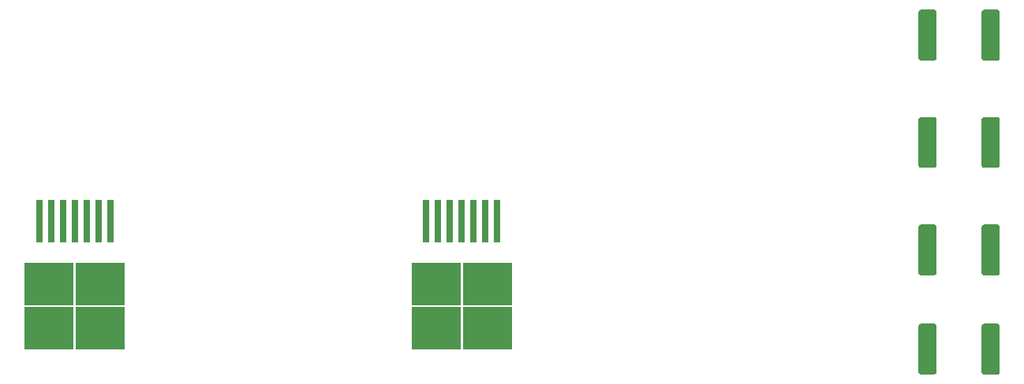
<source format=gbr>
G04 #@! TF.GenerationSoftware,KiCad,Pcbnew,(5.0.1)-3*
G04 #@! TF.CreationDate,2018-11-01T17:09:47-05:00*
G04 #@! TF.ProjectId,power_board,706F7765725F626F6172642E6B696361,rev?*
G04 #@! TF.SameCoordinates,Original*
G04 #@! TF.FileFunction,Paste,Bot*
G04 #@! TF.FilePolarity,Positive*
%FSLAX46Y46*%
G04 Gerber Fmt 4.6, Leading zero omitted, Abs format (unit mm)*
G04 Created by KiCad (PCBNEW (5.0.1)-3) date 11/1/2018 5:09:47 PM*
%MOMM*%
%LPD*%
G01*
G04 APERTURE LIST*
%ADD10C,0.100000*%
%ADD11C,1.925000*%
%ADD12R,5.300000X4.600000*%
%ADD13R,0.800000X4.600000*%
G04 APERTURE END LIST*
D10*
G04 #@! TO.C,F7*
G36*
X217653005Y-132658204D02*
X217677273Y-132661804D01*
X217701072Y-132667765D01*
X217724171Y-132676030D01*
X217746350Y-132686520D01*
X217767393Y-132699132D01*
X217787099Y-132713747D01*
X217805277Y-132730223D01*
X217821753Y-132748401D01*
X217836368Y-132768107D01*
X217848980Y-132789150D01*
X217859470Y-132811329D01*
X217867735Y-132834428D01*
X217873696Y-132858227D01*
X217877296Y-132882495D01*
X217878500Y-132906999D01*
X217878500Y-137857001D01*
X217877296Y-137881505D01*
X217873696Y-137905773D01*
X217867735Y-137929572D01*
X217859470Y-137952671D01*
X217848980Y-137974850D01*
X217836368Y-137995893D01*
X217821753Y-138015599D01*
X217805277Y-138033777D01*
X217787099Y-138050253D01*
X217767393Y-138064868D01*
X217746350Y-138077480D01*
X217724171Y-138087970D01*
X217701072Y-138096235D01*
X217677273Y-138102196D01*
X217653005Y-138105796D01*
X217628501Y-138107000D01*
X216203499Y-138107000D01*
X216178995Y-138105796D01*
X216154727Y-138102196D01*
X216130928Y-138096235D01*
X216107829Y-138087970D01*
X216085650Y-138077480D01*
X216064607Y-138064868D01*
X216044901Y-138050253D01*
X216026723Y-138033777D01*
X216010247Y-138015599D01*
X215995632Y-137995893D01*
X215983020Y-137974850D01*
X215972530Y-137952671D01*
X215964265Y-137929572D01*
X215958304Y-137905773D01*
X215954704Y-137881505D01*
X215953500Y-137857001D01*
X215953500Y-132906999D01*
X215954704Y-132882495D01*
X215958304Y-132858227D01*
X215964265Y-132834428D01*
X215972530Y-132811329D01*
X215983020Y-132789150D01*
X215995632Y-132768107D01*
X216010247Y-132748401D01*
X216026723Y-132730223D01*
X216044901Y-132713747D01*
X216064607Y-132699132D01*
X216085650Y-132686520D01*
X216107829Y-132676030D01*
X216130928Y-132667765D01*
X216154727Y-132661804D01*
X216178995Y-132658204D01*
X216203499Y-132657000D01*
X217628501Y-132657000D01*
X217653005Y-132658204D01*
X217653005Y-132658204D01*
G37*
D11*
X216916000Y-135382000D03*
D10*
G36*
X210878005Y-132658204D02*
X210902273Y-132661804D01*
X210926072Y-132667765D01*
X210949171Y-132676030D01*
X210971350Y-132686520D01*
X210992393Y-132699132D01*
X211012099Y-132713747D01*
X211030277Y-132730223D01*
X211046753Y-132748401D01*
X211061368Y-132768107D01*
X211073980Y-132789150D01*
X211084470Y-132811329D01*
X211092735Y-132834428D01*
X211098696Y-132858227D01*
X211102296Y-132882495D01*
X211103500Y-132906999D01*
X211103500Y-137857001D01*
X211102296Y-137881505D01*
X211098696Y-137905773D01*
X211092735Y-137929572D01*
X211084470Y-137952671D01*
X211073980Y-137974850D01*
X211061368Y-137995893D01*
X211046753Y-138015599D01*
X211030277Y-138033777D01*
X211012099Y-138050253D01*
X210992393Y-138064868D01*
X210971350Y-138077480D01*
X210949171Y-138087970D01*
X210926072Y-138096235D01*
X210902273Y-138102196D01*
X210878005Y-138105796D01*
X210853501Y-138107000D01*
X209428499Y-138107000D01*
X209403995Y-138105796D01*
X209379727Y-138102196D01*
X209355928Y-138096235D01*
X209332829Y-138087970D01*
X209310650Y-138077480D01*
X209289607Y-138064868D01*
X209269901Y-138050253D01*
X209251723Y-138033777D01*
X209235247Y-138015599D01*
X209220632Y-137995893D01*
X209208020Y-137974850D01*
X209197530Y-137952671D01*
X209189265Y-137929572D01*
X209183304Y-137905773D01*
X209179704Y-137881505D01*
X209178500Y-137857001D01*
X209178500Y-132906999D01*
X209179704Y-132882495D01*
X209183304Y-132858227D01*
X209189265Y-132834428D01*
X209197530Y-132811329D01*
X209208020Y-132789150D01*
X209220632Y-132768107D01*
X209235247Y-132748401D01*
X209251723Y-132730223D01*
X209269901Y-132713747D01*
X209289607Y-132699132D01*
X209310650Y-132686520D01*
X209332829Y-132676030D01*
X209355928Y-132667765D01*
X209379727Y-132661804D01*
X209403995Y-132658204D01*
X209428499Y-132657000D01*
X210853501Y-132657000D01*
X210878005Y-132658204D01*
X210878005Y-132658204D01*
G37*
D11*
X210141000Y-135382000D03*
G04 #@! TD*
D10*
G04 #@! TO.C,F8*
G36*
X210878005Y-121101204D02*
X210902273Y-121104804D01*
X210926072Y-121110765D01*
X210949171Y-121119030D01*
X210971350Y-121129520D01*
X210992393Y-121142132D01*
X211012099Y-121156747D01*
X211030277Y-121173223D01*
X211046753Y-121191401D01*
X211061368Y-121211107D01*
X211073980Y-121232150D01*
X211084470Y-121254329D01*
X211092735Y-121277428D01*
X211098696Y-121301227D01*
X211102296Y-121325495D01*
X211103500Y-121349999D01*
X211103500Y-126300001D01*
X211102296Y-126324505D01*
X211098696Y-126348773D01*
X211092735Y-126372572D01*
X211084470Y-126395671D01*
X211073980Y-126417850D01*
X211061368Y-126438893D01*
X211046753Y-126458599D01*
X211030277Y-126476777D01*
X211012099Y-126493253D01*
X210992393Y-126507868D01*
X210971350Y-126520480D01*
X210949171Y-126530970D01*
X210926072Y-126539235D01*
X210902273Y-126545196D01*
X210878005Y-126548796D01*
X210853501Y-126550000D01*
X209428499Y-126550000D01*
X209403995Y-126548796D01*
X209379727Y-126545196D01*
X209355928Y-126539235D01*
X209332829Y-126530970D01*
X209310650Y-126520480D01*
X209289607Y-126507868D01*
X209269901Y-126493253D01*
X209251723Y-126476777D01*
X209235247Y-126458599D01*
X209220632Y-126438893D01*
X209208020Y-126417850D01*
X209197530Y-126395671D01*
X209189265Y-126372572D01*
X209183304Y-126348773D01*
X209179704Y-126324505D01*
X209178500Y-126300001D01*
X209178500Y-121349999D01*
X209179704Y-121325495D01*
X209183304Y-121301227D01*
X209189265Y-121277428D01*
X209197530Y-121254329D01*
X209208020Y-121232150D01*
X209220632Y-121211107D01*
X209235247Y-121191401D01*
X209251723Y-121173223D01*
X209269901Y-121156747D01*
X209289607Y-121142132D01*
X209310650Y-121129520D01*
X209332829Y-121119030D01*
X209355928Y-121110765D01*
X209379727Y-121104804D01*
X209403995Y-121101204D01*
X209428499Y-121100000D01*
X210853501Y-121100000D01*
X210878005Y-121101204D01*
X210878005Y-121101204D01*
G37*
D11*
X210141000Y-123825000D03*
D10*
G36*
X217653005Y-121101204D02*
X217677273Y-121104804D01*
X217701072Y-121110765D01*
X217724171Y-121119030D01*
X217746350Y-121129520D01*
X217767393Y-121142132D01*
X217787099Y-121156747D01*
X217805277Y-121173223D01*
X217821753Y-121191401D01*
X217836368Y-121211107D01*
X217848980Y-121232150D01*
X217859470Y-121254329D01*
X217867735Y-121277428D01*
X217873696Y-121301227D01*
X217877296Y-121325495D01*
X217878500Y-121349999D01*
X217878500Y-126300001D01*
X217877296Y-126324505D01*
X217873696Y-126348773D01*
X217867735Y-126372572D01*
X217859470Y-126395671D01*
X217848980Y-126417850D01*
X217836368Y-126438893D01*
X217821753Y-126458599D01*
X217805277Y-126476777D01*
X217787099Y-126493253D01*
X217767393Y-126507868D01*
X217746350Y-126520480D01*
X217724171Y-126530970D01*
X217701072Y-126539235D01*
X217677273Y-126545196D01*
X217653005Y-126548796D01*
X217628501Y-126550000D01*
X216203499Y-126550000D01*
X216178995Y-126548796D01*
X216154727Y-126545196D01*
X216130928Y-126539235D01*
X216107829Y-126530970D01*
X216085650Y-126520480D01*
X216064607Y-126507868D01*
X216044901Y-126493253D01*
X216026723Y-126476777D01*
X216010247Y-126458599D01*
X215995632Y-126438893D01*
X215983020Y-126417850D01*
X215972530Y-126395671D01*
X215964265Y-126372572D01*
X215958304Y-126348773D01*
X215954704Y-126324505D01*
X215953500Y-126300001D01*
X215953500Y-121349999D01*
X215954704Y-121325495D01*
X215958304Y-121301227D01*
X215964265Y-121277428D01*
X215972530Y-121254329D01*
X215983020Y-121232150D01*
X215995632Y-121211107D01*
X216010247Y-121191401D01*
X216026723Y-121173223D01*
X216044901Y-121156747D01*
X216064607Y-121142132D01*
X216085650Y-121129520D01*
X216107829Y-121119030D01*
X216130928Y-121110765D01*
X216154727Y-121104804D01*
X216178995Y-121101204D01*
X216203499Y-121100000D01*
X217628501Y-121100000D01*
X217653005Y-121101204D01*
X217653005Y-121101204D01*
G37*
D11*
X216916000Y-123825000D03*
G04 #@! TD*
D10*
G04 #@! TO.C,F6*
G36*
X217653005Y-109544204D02*
X217677273Y-109547804D01*
X217701072Y-109553765D01*
X217724171Y-109562030D01*
X217746350Y-109572520D01*
X217767393Y-109585132D01*
X217787099Y-109599747D01*
X217805277Y-109616223D01*
X217821753Y-109634401D01*
X217836368Y-109654107D01*
X217848980Y-109675150D01*
X217859470Y-109697329D01*
X217867735Y-109720428D01*
X217873696Y-109744227D01*
X217877296Y-109768495D01*
X217878500Y-109792999D01*
X217878500Y-114743001D01*
X217877296Y-114767505D01*
X217873696Y-114791773D01*
X217867735Y-114815572D01*
X217859470Y-114838671D01*
X217848980Y-114860850D01*
X217836368Y-114881893D01*
X217821753Y-114901599D01*
X217805277Y-114919777D01*
X217787099Y-114936253D01*
X217767393Y-114950868D01*
X217746350Y-114963480D01*
X217724171Y-114973970D01*
X217701072Y-114982235D01*
X217677273Y-114988196D01*
X217653005Y-114991796D01*
X217628501Y-114993000D01*
X216203499Y-114993000D01*
X216178995Y-114991796D01*
X216154727Y-114988196D01*
X216130928Y-114982235D01*
X216107829Y-114973970D01*
X216085650Y-114963480D01*
X216064607Y-114950868D01*
X216044901Y-114936253D01*
X216026723Y-114919777D01*
X216010247Y-114901599D01*
X215995632Y-114881893D01*
X215983020Y-114860850D01*
X215972530Y-114838671D01*
X215964265Y-114815572D01*
X215958304Y-114791773D01*
X215954704Y-114767505D01*
X215953500Y-114743001D01*
X215953500Y-109792999D01*
X215954704Y-109768495D01*
X215958304Y-109744227D01*
X215964265Y-109720428D01*
X215972530Y-109697329D01*
X215983020Y-109675150D01*
X215995632Y-109654107D01*
X216010247Y-109634401D01*
X216026723Y-109616223D01*
X216044901Y-109599747D01*
X216064607Y-109585132D01*
X216085650Y-109572520D01*
X216107829Y-109562030D01*
X216130928Y-109553765D01*
X216154727Y-109547804D01*
X216178995Y-109544204D01*
X216203499Y-109543000D01*
X217628501Y-109543000D01*
X217653005Y-109544204D01*
X217653005Y-109544204D01*
G37*
D11*
X216916000Y-112268000D03*
D10*
G36*
X210878005Y-109544204D02*
X210902273Y-109547804D01*
X210926072Y-109553765D01*
X210949171Y-109562030D01*
X210971350Y-109572520D01*
X210992393Y-109585132D01*
X211012099Y-109599747D01*
X211030277Y-109616223D01*
X211046753Y-109634401D01*
X211061368Y-109654107D01*
X211073980Y-109675150D01*
X211084470Y-109697329D01*
X211092735Y-109720428D01*
X211098696Y-109744227D01*
X211102296Y-109768495D01*
X211103500Y-109792999D01*
X211103500Y-114743001D01*
X211102296Y-114767505D01*
X211098696Y-114791773D01*
X211092735Y-114815572D01*
X211084470Y-114838671D01*
X211073980Y-114860850D01*
X211061368Y-114881893D01*
X211046753Y-114901599D01*
X211030277Y-114919777D01*
X211012099Y-114936253D01*
X210992393Y-114950868D01*
X210971350Y-114963480D01*
X210949171Y-114973970D01*
X210926072Y-114982235D01*
X210902273Y-114988196D01*
X210878005Y-114991796D01*
X210853501Y-114993000D01*
X209428499Y-114993000D01*
X209403995Y-114991796D01*
X209379727Y-114988196D01*
X209355928Y-114982235D01*
X209332829Y-114973970D01*
X209310650Y-114963480D01*
X209289607Y-114950868D01*
X209269901Y-114936253D01*
X209251723Y-114919777D01*
X209235247Y-114901599D01*
X209220632Y-114881893D01*
X209208020Y-114860850D01*
X209197530Y-114838671D01*
X209189265Y-114815572D01*
X209183304Y-114791773D01*
X209179704Y-114767505D01*
X209178500Y-114743001D01*
X209178500Y-109792999D01*
X209179704Y-109768495D01*
X209183304Y-109744227D01*
X209189265Y-109720428D01*
X209197530Y-109697329D01*
X209208020Y-109675150D01*
X209220632Y-109654107D01*
X209235247Y-109634401D01*
X209251723Y-109616223D01*
X209269901Y-109599747D01*
X209289607Y-109585132D01*
X209310650Y-109572520D01*
X209332829Y-109562030D01*
X209355928Y-109553765D01*
X209379727Y-109547804D01*
X209403995Y-109544204D01*
X209428499Y-109543000D01*
X210853501Y-109543000D01*
X210878005Y-109544204D01*
X210878005Y-109544204D01*
G37*
D11*
X210141000Y-112268000D03*
G04 #@! TD*
D10*
G04 #@! TO.C,F5*
G36*
X210878005Y-143326204D02*
X210902273Y-143329804D01*
X210926072Y-143335765D01*
X210949171Y-143344030D01*
X210971350Y-143354520D01*
X210992393Y-143367132D01*
X211012099Y-143381747D01*
X211030277Y-143398223D01*
X211046753Y-143416401D01*
X211061368Y-143436107D01*
X211073980Y-143457150D01*
X211084470Y-143479329D01*
X211092735Y-143502428D01*
X211098696Y-143526227D01*
X211102296Y-143550495D01*
X211103500Y-143574999D01*
X211103500Y-148525001D01*
X211102296Y-148549505D01*
X211098696Y-148573773D01*
X211092735Y-148597572D01*
X211084470Y-148620671D01*
X211073980Y-148642850D01*
X211061368Y-148663893D01*
X211046753Y-148683599D01*
X211030277Y-148701777D01*
X211012099Y-148718253D01*
X210992393Y-148732868D01*
X210971350Y-148745480D01*
X210949171Y-148755970D01*
X210926072Y-148764235D01*
X210902273Y-148770196D01*
X210878005Y-148773796D01*
X210853501Y-148775000D01*
X209428499Y-148775000D01*
X209403995Y-148773796D01*
X209379727Y-148770196D01*
X209355928Y-148764235D01*
X209332829Y-148755970D01*
X209310650Y-148745480D01*
X209289607Y-148732868D01*
X209269901Y-148718253D01*
X209251723Y-148701777D01*
X209235247Y-148683599D01*
X209220632Y-148663893D01*
X209208020Y-148642850D01*
X209197530Y-148620671D01*
X209189265Y-148597572D01*
X209183304Y-148573773D01*
X209179704Y-148549505D01*
X209178500Y-148525001D01*
X209178500Y-143574999D01*
X209179704Y-143550495D01*
X209183304Y-143526227D01*
X209189265Y-143502428D01*
X209197530Y-143479329D01*
X209208020Y-143457150D01*
X209220632Y-143436107D01*
X209235247Y-143416401D01*
X209251723Y-143398223D01*
X209269901Y-143381747D01*
X209289607Y-143367132D01*
X209310650Y-143354520D01*
X209332829Y-143344030D01*
X209355928Y-143335765D01*
X209379727Y-143329804D01*
X209403995Y-143326204D01*
X209428499Y-143325000D01*
X210853501Y-143325000D01*
X210878005Y-143326204D01*
X210878005Y-143326204D01*
G37*
D11*
X210141000Y-146050000D03*
D10*
G36*
X217653005Y-143326204D02*
X217677273Y-143329804D01*
X217701072Y-143335765D01*
X217724171Y-143344030D01*
X217746350Y-143354520D01*
X217767393Y-143367132D01*
X217787099Y-143381747D01*
X217805277Y-143398223D01*
X217821753Y-143416401D01*
X217836368Y-143436107D01*
X217848980Y-143457150D01*
X217859470Y-143479329D01*
X217867735Y-143502428D01*
X217873696Y-143526227D01*
X217877296Y-143550495D01*
X217878500Y-143574999D01*
X217878500Y-148525001D01*
X217877296Y-148549505D01*
X217873696Y-148573773D01*
X217867735Y-148597572D01*
X217859470Y-148620671D01*
X217848980Y-148642850D01*
X217836368Y-148663893D01*
X217821753Y-148683599D01*
X217805277Y-148701777D01*
X217787099Y-148718253D01*
X217767393Y-148732868D01*
X217746350Y-148745480D01*
X217724171Y-148755970D01*
X217701072Y-148764235D01*
X217677273Y-148770196D01*
X217653005Y-148773796D01*
X217628501Y-148775000D01*
X216203499Y-148775000D01*
X216178995Y-148773796D01*
X216154727Y-148770196D01*
X216130928Y-148764235D01*
X216107829Y-148755970D01*
X216085650Y-148745480D01*
X216064607Y-148732868D01*
X216044901Y-148718253D01*
X216026723Y-148701777D01*
X216010247Y-148683599D01*
X215995632Y-148663893D01*
X215983020Y-148642850D01*
X215972530Y-148620671D01*
X215964265Y-148597572D01*
X215958304Y-148573773D01*
X215954704Y-148549505D01*
X215953500Y-148525001D01*
X215953500Y-143574999D01*
X215954704Y-143550495D01*
X215958304Y-143526227D01*
X215964265Y-143502428D01*
X215972530Y-143479329D01*
X215983020Y-143457150D01*
X215995632Y-143436107D01*
X216010247Y-143416401D01*
X216026723Y-143398223D01*
X216044901Y-143381747D01*
X216064607Y-143367132D01*
X216085650Y-143354520D01*
X216107829Y-143344030D01*
X216130928Y-143335765D01*
X216154727Y-143329804D01*
X216178995Y-143326204D01*
X216203499Y-143325000D01*
X217628501Y-143325000D01*
X217653005Y-143326204D01*
X217653005Y-143326204D01*
G37*
D11*
X216916000Y-146050000D03*
G04 #@! TD*
D12*
G04 #@! TO.C,U6*
X121368000Y-139049000D03*
X121368000Y-143799000D03*
X115868000Y-143799000D03*
X115868000Y-139049000D03*
D13*
X122428000Y-132274000D03*
X118618000Y-132274000D03*
X114808000Y-132274000D03*
X116078000Y-132274000D03*
X117348000Y-132274000D03*
X119888000Y-132274000D03*
X121158000Y-132274000D03*
G04 #@! TD*
G04 #@! TO.C,U8*
X162687000Y-132274000D03*
X161417000Y-132274000D03*
X158877000Y-132274000D03*
X157607000Y-132274000D03*
X156337000Y-132274000D03*
X160147000Y-132274000D03*
X163957000Y-132274000D03*
D12*
X157397000Y-139049000D03*
X157397000Y-143799000D03*
X162897000Y-143799000D03*
X162897000Y-139049000D03*
G04 #@! TD*
M02*

</source>
